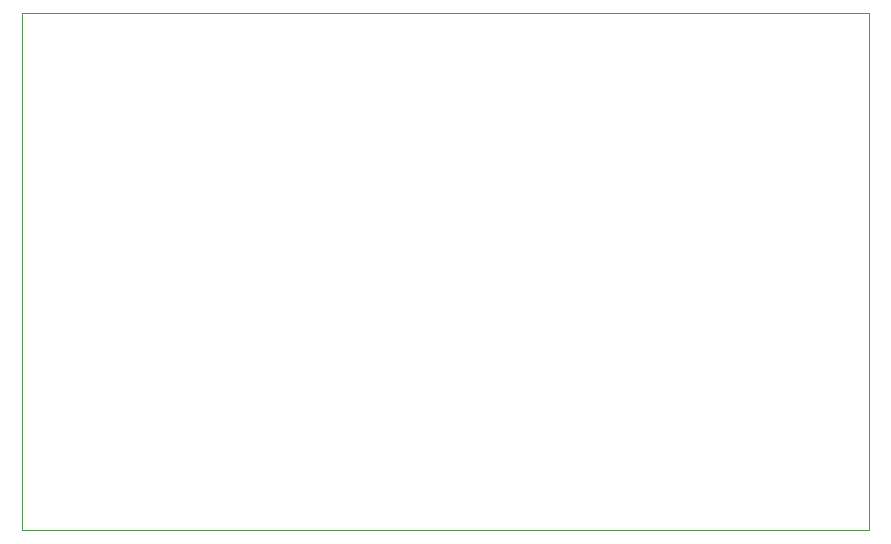
<source format=gbr>
%TF.GenerationSoftware,KiCad,Pcbnew,(5.1.9)-1*%
%TF.CreationDate,2021-03-01T12:10:23+05:30*%
%TF.ProjectId,Charger,43686172-6765-4722-9e6b-696361645f70,rev?*%
%TF.SameCoordinates,Original*%
%TF.FileFunction,Profile,NP*%
%FSLAX46Y46*%
G04 Gerber Fmt 4.6, Leading zero omitted, Abs format (unit mm)*
G04 Created by KiCad (PCBNEW (5.1.9)-1) date 2021-03-01 12:10:23*
%MOMM*%
%LPD*%
G01*
G04 APERTURE LIST*
%TA.AperFunction,Profile*%
%ADD10C,0.100000*%
%TD*%
G04 APERTURE END LIST*
D10*
X133350000Y-29210000D02*
X133350000Y-73025000D01*
X61595000Y-29210000D02*
X133350000Y-29210000D01*
X61595000Y-72961500D02*
X61595000Y-29210000D01*
X133350000Y-73025000D02*
X61595000Y-72961500D01*
M02*

</source>
